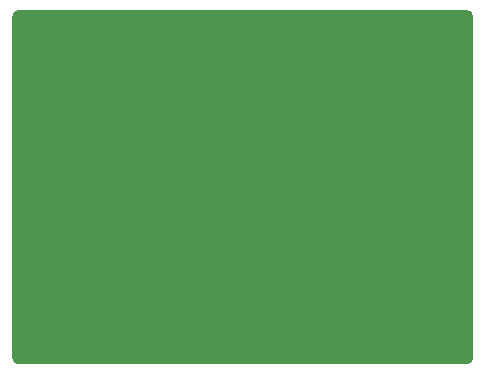
<source format=gbr>
G04 DipTrace 2.4.0.2*
%INBoard.gbr*%
%MOMM*%
%ADD11C,0.14*%
%FSLAX53Y53*%
G04*
G71*
G90*
G75*
G01*
%LNBoardPoly*%
%LPD*%
G36*
X625Y74D2*
D11*
X38625D1*
G03X39125Y574I0J500D01*
G01*
Y29574D1*
G03X38625Y30074I-500J0D01*
G01*
X625D1*
G03X125Y29574I0J-500D01*
G01*
Y574D1*
G03X625Y74I500J0D01*
G01*
G37*
M02*

</source>
